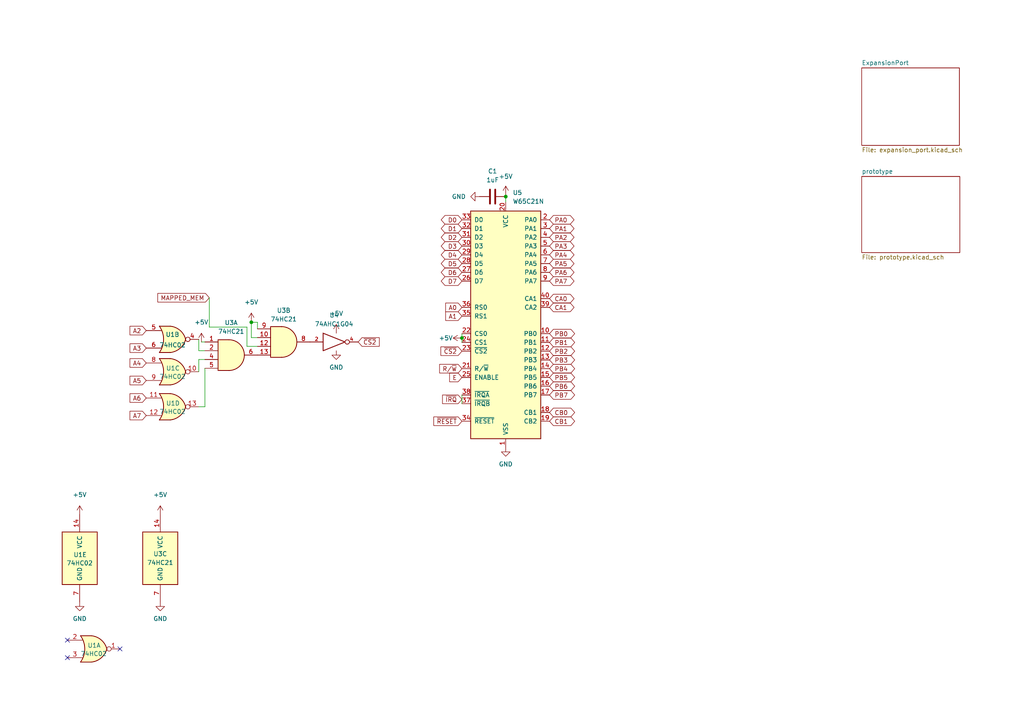
<source format=kicad_sch>
(kicad_sch (version 20211123) (generator eeschema)
  (paper "A4")
  (lib_symbols
    (symbol "74xGxx:74AHC1G04" (pin_names (offset 1.016))
      (property "Reference" "U" (at -2.54 3.81 0))
      (property "Value" "74AHC1G04" (at 0 -3.81 0))
      (symbol "74AHC1G04_0_1"
        (polyline (pts (xy -3.81 2.54) (xy -3.81 -2.54) (xy 2.54 0) (xy -3.81 2.54)) (stroke (width 0.254)))
      )
      (symbol "74AHC1G04_1_1"
        (pin input line (at -7.62 0 0) (length 3.81) (name "~") (number "2"))
        (pin power_in line (at 0 -2.54 270) (length 0) hide (name "GND") (number "3"))
        (pin output inverted (at 6.35 0 180) (length 3.81) (name "~") (number "4"))
        (pin power_in line (at 0 2.54 90) (length 0) hide (name "VCC") (number "5"))
      )
    )
    (symbol "74xx:74LS02" (pin_names (offset 1.016))
      (property "Reference" "U" (at 0 1.27 0))
      (property "Value" "74LS02" (at 0 -1.27 0))
      (symbol "74LS02_1_1"
        (arc (start -3.81 -3.81) (mid -2.589 0) (end -3.81 3.81) (stroke (width 0.254)))
        (arc (start -0.6096 -3.81) (mid 2.1855 -2.584) (end 3.81 0) (stroke (width 0.254)) (fill (type background)))
        (polyline (pts (xy -3.81 -3.81) (xy -0.635 -3.81)) (stroke (width 0.254)) (fill (type background)))
        (polyline (pts (xy -3.81 3.81) (xy -0.635 3.81)) (stroke (width 0.254)) (fill (type background)))
        (polyline (pts (xy -0.635 3.81) (xy -3.81 3.81) (xy -3.81 3.81) (xy -3.556 3.4036) (xy -3.0226 2.2606) (xy -2.6924 1.0414) (xy -2.6162 -0.254) (xy -2.7686 -1.4986) (xy -3.175 -2.7178) (xy -3.81 -3.81) (xy -3.81 -3.81) (xy -0.635 -3.81)) (stroke (width -25.4)) (fill (type background)))
        (arc (start 3.81 0) (mid 2.1928 2.5925) (end -0.6096 3.81) (stroke (width 0.254)) (fill (type background)))
        (pin output inverted (at 7.62 0 180) (length 3.81) (name "~") (number "1"))
        (pin input line (at -7.62 2.54 0) (length 4.318) (name "~") (number "2"))
        (pin input line (at -7.62 -2.54 0) (length 4.318) (name "~") (number "3"))
      )
      (symbol "74LS02_1_2"
        (arc (start 0 -3.81) (mid 3.81 0) (end 0 3.81) (stroke (width 0.254)) (fill (type background)))
        (polyline (pts (xy 0 3.81) (xy -3.81 3.81) (xy -3.81 -3.81) (xy 0 -3.81)) (stroke (width 0.254)) (fill (type background)))
        (pin output line (at 7.62 0 180) (length 3.81) (name "~") (number "1"))
        (pin input inverted (at -7.62 2.54 0) (length 3.81) (name "~") (number "2"))
        (pin input inverted (at -7.62 -2.54 0) (length 3.81) (name "~") (number "3"))
      )
      (symbol "74LS02_2_1"
        (arc (start -3.81 -3.81) (mid -2.589 0) (end -3.81 3.81) (stroke (width 0.254)))
        (arc (start -0.6096 -3.81) (mid 2.1855 -2.584) (end 3.81 0) (stroke (width 0.254)) (fill (type background)))
        (polyline (pts (xy -3.81 -3.81) (xy -0.635 -3.81)) (stroke (width 0.254)) (fill (type background)))
        (polyline (pts (xy -3.81 3.81) (xy -0.635 3.81)) (stroke (width 0.254)) (fill (type background)))
        (polyline (pts (xy -0.635 3.81) (xy -3.81 3.81) (xy -3.81 3.81) (xy -3.556 3.4036) (xy -3.0226 2.2606) (xy -2.6924 1.0414) (xy -2.6162 -0.254) (xy -2.7686 -1.4986) (xy -3.175 -2.7178) (xy -3.81 -3.81) (xy -3.81 -3.81) (xy -0.635 -3.81)) (stroke (width -25.4)) (fill (type background)))
        (arc (start 3.81 0) (mid 2.1928 2.5925) (end -0.6096 3.81) (stroke (width 0.254)) (fill (type background)))
        (pin output inverted (at 7.62 0 180) (length 3.81) (name "~") (number "4"))
        (pin input line (at -7.62 2.54 0) (length 4.318) (name "~") (number "5"))
        (pin input line (at -7.62 -2.54 0) (length 4.318) (name "~") (number "6"))
      )
      (symbol "74LS02_2_2"
        (arc (start 0 -3.81) (mid 3.81 0) (end 0 3.81) (stroke (width 0.254)) (fill (type background)))
        (polyline (pts (xy 0 3.81) (xy -3.81 3.81) (xy -3.81 -3.81) (xy 0 -3.81)) (stroke (width 0.254)) (fill (type background)))
        (pin output line (at 7.62 0 180) (length 3.81) (name "~") (number "4"))
        (pin input inverted (at -7.62 2.54 0) (length 3.81) (name "~") (number "5"))
        (pin input inverted (at -7.62 -2.54 0) (length 3.81) (name "~") (number "6"))
      )
      (symbol "74LS02_3_1"
        (arc (start -3.81 -3.81) (mid -2.589 0) (end -3.81 3.81) (stroke (width 0.254)))
        (arc (start -0.6096 -3.81) (mid 2.1855 -2.584) (end 3.81 0) (stroke (width 0.254)) (fill (type background)))
        (polyline (pts (xy -3.81 -3.81) (xy -0.635 -3.81)) (stroke (width 0.254)) (fill (type background)))
        (polyline (pts (xy -3.81 3.81) (xy -0.635 3.81)) (stroke (width 0.254)) (fill (type background)))
        (polyline (pts (xy -0.635 3.81) (xy -3.81 3.81) (xy -3.81 3.81) (xy -3.556 3.4036) (xy -3.0226 2.2606) (xy -2.6924 1.0414) (xy -2.6162 -0.254) (xy -2.7686 -1.4986) (xy -3.175 -2.7178) (xy -3.81 -3.81) (xy -3.81 -3.81) (xy -0.635 -3.81)) (stroke (width -25.4)) (fill (type background)))
        (arc (start 3.81 0) (mid 2.1928 2.5925) (end -0.6096 3.81) (stroke (width 0.254)) (fill (type background)))
        (pin output inverted (at 7.62 0 180) (length 3.81) (name "~") (number "10"))
        (pin input line (at -7.62 2.54 0) (length 4.318) (name "~") (number "8"))
        (pin input line (at -7.62 -2.54 0) (length 4.318) (name "~") (number "9"))
      )
      (symbol "74LS02_3_2"
        (arc (start 0 -3.81) (mid 3.81 0) (end 0 3.81) (stroke (width 0.254)) (fill (type background)))
        (polyline (pts (xy 0 3.81) (xy -3.81 3.81) (xy -3.81 -3.81) (xy 0 -3.81)) (stroke (width 0.254)) (fill (type background)))
        (pin output line (at 7.62 0 180) (length 3.81) (name "~") (number "10"))
        (pin input inverted (at -7.62 2.54 0) (length 3.81) (name "~") (number "8"))
        (pin input inverted (at -7.62 -2.54 0) (length 3.81) (name "~") (number "9"))
      )
      (symbol "74LS02_4_1"
        (arc (start -3.81 -3.81) (mid -2.589 0) (end -3.81 3.81) (stroke (width 0.254)))
        (arc (start -0.6096 -3.81) (mid 2.1855 -2.584) (end 3.81 0) (stroke (width 0.254)) (fill (type background)))
        (polyline (pts (xy -3.81 -3.81) (xy -0.635 -3.81)) (stroke (width 0.254)) (fill (type background)))
        (polyline (pts (xy -3.81 3.81) (xy -0.635 3.81)) (stroke (width 0.254)) (fill (type background)))
        (polyline (pts (xy -0.635 3.81) (xy -3.81 3.81) (xy -3.81 3.81) (xy -3.556 3.4036) (xy -3.0226 2.2606) (xy -2.6924 1.0414) (xy -2.6162 -0.254) (xy -2.7686 -1.4986) (xy -3.175 -2.7178) (xy -3.81 -3.81) (xy -3.81 -3.81) (xy -0.635 -3.81)) (stroke (width -25.4)) (fill (type background)))
        (arc (start 3.81 0) (mid 2.1928 2.5925) (end -0.6096 3.81) (stroke (width 0.254)) (fill (type background)))
        (pin input line (at -7.62 2.54 0) (length 4.318) (name "~") (number "11"))
        (pin input line (at -7.62 -2.54 0) (length 4.318) (name "~") (number "12"))
        (pin output inverted (at 7.62 0 180) (length 3.81) (name "~") (number "13"))
      )
      (symbol "74LS02_4_2"
        (arc (start 0 -3.81) (mid 3.81 0) (end 0 3.81) (stroke (width 0.254)) (fill (type background)))
        (polyline (pts (xy 0 3.81) (xy -3.81 3.81) (xy -3.81 -3.81) (xy 0 -3.81)) (stroke (width 0.254)) (fill (type background)))
        (pin input inverted (at -7.62 2.54 0) (length 3.81) (name "~") (number "11"))
        (pin input inverted (at -7.62 -2.54 0) (length 3.81) (name "~") (number "12"))
        (pin output line (at 7.62 0 180) (length 3.81) (name "~") (number "13"))
      )
      (symbol "74LS02_5_0"
        (pin power_in line (at 0 12.7 270) (length 5.08) (name "VCC") (number "14"))
        (pin power_in line (at 0 -12.7 90) (length 5.08) (name "GND") (number "7"))
      )
      (symbol "74LS02_5_1"
        (rectangle (start -5.08 7.62) (end 5.08 -7.62) (stroke (width 0.254)) (fill (type background)))
      )
    )
    (symbol "74xx:74LS21" (pin_names (offset 1.016))
      (property "Reference" "U" (at 0 1.27 0))
      (property "Value" "74LS21" (at 0 -1.27 0))
      (symbol "74LS21_1_1"
        (arc (start -0.635 -4.445) (mid 3.81 0) (end -0.635 4.445) (stroke (width 0.254)) (fill (type background)))
        (polyline (pts (xy -0.635 4.445) (xy -3.81 4.445) (xy -3.81 -4.445) (xy -0.635 -4.445)) (stroke (width 0.254)) (fill (type background)))
        (pin input line (at -7.62 3.81 0) (length 3.81) (name "~") (number "1"))
        (pin input line (at -7.62 1.27 0) (length 3.81) (name "~") (number "2"))
        (pin input line (at -7.62 -1.27 0) (length 3.81) (name "~") (number "4"))
        (pin input line (at -7.62 -3.81 0) (length 3.81) (name "~") (number "5"))
        (pin output line (at 7.62 0 180) (length 3.81) (name "~") (number "6"))
      )
      (symbol "74LS21_1_2"
        (arc (start -3.81 -4.445) (mid -2.5908 0) (end -3.81 4.445) (stroke (width 0.254)))
        (arc (start -0.6096 -4.445) (mid 2.224 -2.8428) (end 3.81 0) (stroke (width 0.254)) (fill (type background)))
        (polyline (pts (xy -3.81 -4.445) (xy -0.635 -4.445)) (stroke (width 0.254)) (fill (type background)))
        (polyline (pts (xy -3.81 4.445) (xy -0.635 4.445)) (stroke (width 0.254)) (fill (type background)))
        (polyline (pts (xy -0.635 4.445) (xy -3.81 4.445) (xy -3.81 4.445) (xy -3.6322 4.0894) (xy -3.0988 2.921) (xy -2.7686 1.6764) (xy -2.6162 0.4318) (xy -2.6416 -0.8636) (xy -2.8702 -2.1082) (xy -3.2512 -3.3274) (xy -3.81 -4.445) (xy -3.81 -4.445) (xy -0.635 -4.445)) (stroke (width -25.4)) (fill (type background)))
        (arc (start 3.81 0) (mid 2.2198 2.8386) (end -0.6096 4.445) (stroke (width 0.254)) (fill (type background)))
        (pin input inverted (at -7.62 3.81 0) (length 3.81) (name "~") (number "1"))
        (pin input inverted (at -7.62 1.27 0) (length 4.826) (name "~") (number "2"))
        (pin input inverted (at -7.62 -1.27 0) (length 4.826) (name "~") (number "4"))
        (pin input inverted (at -7.62 -3.81 0) (length 3.81) (name "~") (number "5"))
        (pin output inverted (at 7.62 0 180) (length 3.81) (name "~") (number "6"))
      )
      (symbol "74LS21_2_1"
        (arc (start -0.635 -4.445) (mid 3.81 0) (end -0.635 4.445) (stroke (width 0.254)) (fill (type background)))
        (polyline (pts (xy -0.635 4.445) (xy -3.81 4.445) (xy -3.81 -4.445) (xy -0.635 -4.445)) (stroke (width 0.254)) (fill (type background)))
        (pin input line (at -7.62 1.27 0) (length 3.81) (name "~") (number "10"))
        (pin input line (at -7.62 -1.27 0) (length 3.81) (name "~") (number "12"))
        (pin input line (at -7.62 -3.81 0) (length 3.81) (name "~") (number "13"))
        (pin output line (at 7.62 0 180) (length 3.81) (name "~") (number "8"))
        (pin input line (at -7.62 3.81 0) (length 3.81) (name "~") (number "9"))
      )
      (symbol "74LS21_2_2"
        (arc (start -3.81 -4.445) (mid -2.5908 0) (end -3.81 4.445) (stroke (width 0.254)))
        (arc (start -0.6096 -4.445) (mid 2.224 -2.8428) (end 3.81 0) (stroke (width 0.254)) (fill (type background)))
        (polyline (pts (xy -3.81 -4.445) (xy -0.635 -4.445)) (stroke (width 0.254)) (fill (type background)))
        (polyline (pts (xy -3.81 4.445) (xy -0.635 4.445)) (stroke (width 0.254)) (fill (type background)))
        (polyline (pts (xy -0.635 4.445) (xy -3.81 4.445) (xy -3.81 4.445) (xy -3.6322 4.0894) (xy -3.0988 2.921) (xy -2.7686 1.6764) (xy -2.6162 0.4318) (xy -2.6416 -0.8636) (xy -2.8702 -2.1082) (xy -3.2512 -3.3274) (xy -3.81 -4.445) (xy -3.81 -4.445) (xy -0.635 -4.445)) (stroke (width -25.4)) (fill (type background)))
        (arc (start 3.81 0) (mid 2.2198 2.8386) (end -0.6096 4.445) (stroke (width 0.254)) (fill (type background)))
        (pin input inverted (at -7.62 1.27 0) (length 4.826) (name "~") (number "10"))
        (pin input inverted (at -7.62 -1.27 0) (length 4.826) (name "~") (number "12"))
        (pin input inverted (at -7.62 -3.81 0) (length 3.81) (name "~") (number "13"))
        (pin output inverted (at 7.62 0 180) (length 3.81) (name "~") (number "8"))
        (pin input inverted (at -7.62 3.81 0) (length 3.81) (name "~") (number "9"))
      )
      (symbol "74LS21_3_0"
        (pin power_in line (at 0 12.7 270) (length 5.08) (name "VCC") (number "14"))
        (pin power_in line (at 0 -12.7 90) (length 5.08) (name "GND") (number "7"))
      )
      (symbol "74LS21_3_1"
        (rectangle (start -5.08 7.62) (end 5.08 -7.62) (stroke (width 0.254)) (fill (type background)))
      )
    )
    (symbol "Device:C" (pin_numbers hide) (pin_names (offset 0.254))
      (property "Reference" "C" (at 0.635 2.54 0))
      (property "Value" "C" (at 0.635 -2.54 0))
      (symbol "C_0_1"
        (polyline (pts (xy -2.032 -0.762) (xy 2.032 -0.762)) (stroke (width 0.508)))
        (polyline (pts (xy -2.032 0.762) (xy 2.032 0.762)) (stroke (width 0.508)))
      )
      (symbol "C_1_1"
        (pin passive line (at 0 3.81 270) (length 2.794) (name "~") (number "1"))
        (pin passive line (at 0 -3.81 90) (length 2.794) (name "~") (number "2"))
      )
    )
    (symbol "Interface:6821" (pin_names (offset 1.016))
      (property "Reference" "U" (at -7.62 34.29 0))
      (property "Value" "6821" (at 10.16 34.29 0))
      (symbol "6821_0_1"
        (rectangle (start -10.16 -33.02) (end 10.16 33.02) (stroke (width 0.254)) (fill (type background)))
      )
      (symbol "6821_1_1"
        (pin power_in line (at 0 -35.56 90) (length 2.54) (name "VSS") (number "1"))
        (pin bidirectional line (at 12.7 -2.54 180) (length 2.54) (name "PB0") (number "10"))
        (pin bidirectional line (at 12.7 -5.08 180) (length 2.54) (name "PB1") (number "11"))
        (pin bidirectional line (at 12.7 -7.62 180) (length 2.54) (name "PB2") (number "12"))
        (pin bidirectional line (at 12.7 -10.16 180) (length 2.54) (name "PB3") (number "13"))
        (pin bidirectional line (at 12.7 -12.7 180) (length 2.54) (name "PB4") (number "14"))
        (pin bidirectional line (at 12.7 -15.24 180) (length 2.54) (name "PB5") (number "15"))
        (pin bidirectional line (at 12.7 -17.78 180) (length 2.54) (name "PB6") (number "16"))
        (pin bidirectional line (at 12.7 -20.32 180) (length 2.54) (name "PB7") (number "17"))
        (pin input line (at 12.7 -25.4 180) (length 2.54) (name "CB1") (number "18"))
        (pin bidirectional line (at 12.7 -27.94 180) (length 2.54) (name "CB2") (number "19"))
        (pin bidirectional line (at 12.7 30.48 180) (length 2.54) (name "PA0") (number "2"))
        (pin power_in line (at 0 35.56 270) (length 2.54) (name "VCC") (number "20"))
        (pin input line (at -12.7 -12.7 0) (length 2.54) (name "R/~{W}") (number "21"))
        (pin input line (at -12.7 -2.54 0) (length 2.54) (name "CS0") (number "22"))
        (pin input line (at -12.7 -7.62 0) (length 2.54) (name "~{CS2}") (number "23"))
        (pin input line (at -12.7 -5.08 0) (length 2.54) (name "CS1") (number "24"))
        (pin input line (at -12.7 -15.24 0) (length 2.54) (name "ENABLE") (number "25"))
        (pin bidirectional line (at -12.7 12.7 0) (length 2.54) (name "D7") (number "26"))
        (pin bidirectional line (at -12.7 15.24 0) (length 2.54) (name "D6") (number "27"))
        (pin bidirectional line (at -12.7 17.78 0) (length 2.54) (name "D5") (number "28"))
        (pin bidirectional line (at -12.7 20.32 0) (length 2.54) (name "D4") (number "29"))
        (pin bidirectional line (at 12.7 27.94 180) (length 2.54) (name "PA1") (number "3"))
        (pin bidirectional line (at -12.7 22.86 0) (length 2.54) (name "D3") (number "30"))
        (pin bidirectional line (at -12.7 25.4 0) (length 2.54) (name "D2") (number "31"))
        (pin bidirectional line (at -12.7 27.94 0) (length 2.54) (name "D1") (number "32"))
        (pin bidirectional line (at -12.7 30.48 0) (length 2.54) (name "D0") (number "33"))
        (pin input line (at -12.7 -27.94 0) (length 2.54) (name "~{RESET}") (number "34"))
        (pin input line (at -12.7 2.54 0) (length 2.54) (name "RS1") (number "35"))
        (pin input line (at -12.7 5.08 0) (length 2.54) (name "RS0") (number "36"))
        (pin open_collector line (at -12.7 -22.86 0) (length 2.54) (name "~{IRQB}") (number "37"))
        (pin open_collector line (at -12.7 -20.32 0) (length 2.54) (name "~{IRQA}") (number "38"))
        (pin bidirectional line (at 12.7 5.08 180) (length 2.54) (name "CA2") (number "39"))
        (pin bidirectional line (at 12.7 25.4 180) (length 2.54) (name "PA2") (number "4"))
        (pin input line (at 12.7 7.62 180) (length 2.54) (name "CA1") (number "40"))
        (pin bidirectional line (at 12.7 22.86 180) (length 2.54) (name "PA3") (number "5"))
        (pin bidirectional line (at 12.7 20.32 180) (length 2.54) (name "PA4") (number "6"))
        (pin bidirectional line (at 12.7 17.78 180) (length 2.54) (name "PA5") (number "7"))
        (pin bidirectional line (at 12.7 15.24 180) (length 2.54) (name "PA6") (number "8"))
        (pin bidirectional line (at 12.7 12.7 180) (length 2.54) (name "PA7") (number "9"))
      )
    )
    (symbol "power:+5V" (power) (pin_names (offset 0))
      (property "Value" "+5V" (at 0 3.556 0))
      (symbol "+5V_0_1"
        (polyline (pts (xy -0.762 1.27) (xy 0 2.54)))
        (polyline (pts (xy 0 0) (xy 0 2.54)))
        (polyline (pts (xy 0 2.54) (xy 0.762 1.27)))
      )
      (symbol "+5V_1_1"
        (pin power_in line (at 0 0 90) (length 0) hide (name "+5V") (number "1"))
      )
    )
    (symbol "power:GND" (power) (pin_names (offset 0))
      (property "Value" "GND" (at 0 -3.81 0))
      (symbol "GND_0_1"
        (polyline (pts (xy 0 0) (xy 0 -1.27) (xy 1.27 -1.27) (xy 0 -2.54) (xy -1.27 -1.27) (xy 0 -1.27)))
      )
      (symbol "GND_1_1"
        (pin power_in line (at 0 0 270) (length 0) hide (name "GND") (number "1"))
      )
    )
  )
  (junction (at 146.685 57.023))
  (junction (at 133.985 98.044))
  (junction (at 72.898 93.472))
  (no_connect (at 19.558 185.674))
  (no_connect (at 34.798 188.214))
  (no_connect (at 19.558 190.754))
  (wire (pts (xy 133.985 114.554) (xy 133.985 117.094)))
  (wire (pts (xy 146.685 57.023) (xy 146.685 58.674)))
  (wire (pts (xy 133.985 98.044) (xy 133.985 96.774)))
  (wire (pts (xy 60.706 86.36) (xy 60.706 94.869)))
  (wire (pts (xy 74.676 100.457) (xy 71.628 100.457)))
  (wire (pts (xy 60.706 94.869) (xy 71.628 94.869)))
  (wire (pts (xy 57.658 117.983) (xy 59.436 117.983)))
  (wire (pts (xy 72.898 97.917) (xy 72.898 93.472)))
  (wire (pts (xy 146.685 56.515) (xy 146.685 57.023)))
  (wire (pts (xy 57.658 104.267) (xy 59.436 104.267)))
  (wire (pts (xy 57.658 107.823) (xy 57.658 104.267)))
  (wire (pts (xy 74.676 95.377) (xy 74.676 93.472)))
  (wire (pts (xy 72.898 93.472) (xy 72.898 93.345)))
  (wire (pts (xy 59.436 117.983) (xy 59.436 106.807)))
  (wire (pts (xy 57.658 101.727) (xy 59.436 101.727)))
  (wire (pts (xy 74.676 97.917) (xy 72.898 97.917)))
  (wire (pts (xy 58.42 99.187) (xy 59.436 99.187)))
  (wire (pts (xy 57.658 98.425) (xy 57.658 101.727)))
  (wire (pts (xy 71.628 94.869) (xy 71.628 100.457)))
  (wire (pts (xy 74.676 93.472) (xy 72.898 93.472)))
  (wire (pts (xy 133.985 98.044) (xy 133.985 99.314)))
  (global_label "A5" (shape input) (at 42.418 110.363 180) (property "Intersheet References" "${INTERSHEET_REFS}" (effects hide)))
  (global_label "PB7" (shape bidirectional) (at 159.385 114.554 0) (property "Intersheet References" "${INTERSHEET_REFS}" (effects hide)))
  (global_label "PA5" (shape bidirectional) (at 159.385 76.454 0) (property "Intersheet References" "${INTERSHEET_REFS}" (effects hide)))
  (global_label "PA2" (shape bidirectional) (at 159.385 68.834 0) (property "Intersheet References" "${INTERSHEET_REFS}" (effects hide)))
  (global_label "A1" (shape input) (at 133.985 91.694 180) (property "Intersheet References" "${INTERSHEET_REFS}" (effects hide)))
  (global_label "~{IRQ}" (shape input) (at 133.985 115.824 180) (property "Intersheet References" "${INTERSHEET_REFS}" (effects hide)))
  (global_label "D7" (shape bidirectional) (at 133.985 81.534 180) (property "Intersheet References" "${INTERSHEET_REFS}" (effects hide)))
  (global_label "PA3" (shape bidirectional) (at 159.385 71.374 0) (property "Intersheet References" "${INTERSHEET_REFS}" (effects hide)))
  (global_label "PA4" (shape bidirectional) (at 159.385 73.914 0) (property "Intersheet References" "${INTERSHEET_REFS}" (effects hide)))
  (global_label "PA6" (shape bidirectional) (at 159.385 78.994 0) (property "Intersheet References" "${INTERSHEET_REFS}" (effects hide)))
  (global_label "R{slash}~{W}" (shape input) (at 133.985 106.934 180) (property "Intersheet References" "${INTERSHEET_REFS}" (effects hide)))
  (global_label "CB0" (shape bidirectional) (at 159.385 119.634 0) (property "Intersheet References" "${INTERSHEET_REFS}" (effects hide)))
  (global_label "~{RESET}" (shape input) (at 133.985 122.174 180) (property "Intersheet References" "${INTERSHEET_REFS}" (effects hide)))
  (global_label "PB0" (shape bidirectional) (at 159.385 96.774 0) (property "Intersheet References" "${INTERSHEET_REFS}" (effects hide)))
  (global_label "A2" (shape input) (at 42.418 95.885 180) (property "Intersheet References" "${INTERSHEET_REFS}" (effects hide)))
  (global_label "PB3" (shape bidirectional) (at 159.385 104.394 0) (property "Intersheet References" "${INTERSHEET_REFS}" (effects hide)))
  (global_label "E" (shape input) (at 133.985 109.474 180) (property "Intersheet References" "${INTERSHEET_REFS}" (effects hide)))
  (global_label "~{CS2}" (shape input) (at 103.886 99.187 0) (property "Intersheet References" "${INTERSHEET_REFS}" (effects hide)))
  (global_label "PA0" (shape bidirectional) (at 159.385 63.754 0) (property "Intersheet References" "${INTERSHEET_REFS}" (effects hide)))
  (global_label "D5" (shape bidirectional) (at 133.985 76.454 180) (property "Intersheet References" "${INTERSHEET_REFS}" (effects hide)))
  (global_label "PB6" (shape bidirectional) (at 159.385 112.014 0) (property "Intersheet References" "${INTERSHEET_REFS}" (effects hide)))
  (global_label "PB1" (shape bidirectional) (at 159.385 99.314 0) (property "Intersheet References" "${INTERSHEET_REFS}" (effects hide)))
  (global_label "D1" (shape bidirectional) (at 133.985 66.294 180) (property "Intersheet References" "${INTERSHEET_REFS}" (effects hide)))
  (global_label "CA0" (shape bidirectional) (at 159.385 86.614 0) (property "Intersheet References" "${INTERSHEET_REFS}" (effects hide)))
  (global_label "A0" (shape input) (at 133.985 89.154 180) (property "Intersheet References" "${INTERSHEET_REFS}" (effects hide)))
  (global_label "MAPPED_MEM" (shape input) (at 60.706 86.36 180) (property "Intersheet References" "${INTERSHEET_REFS}" (effects hide)))
  (global_label "PB2" (shape bidirectional) (at 159.385 101.854 0) (property "Intersheet References" "${INTERSHEET_REFS}" (effects hide)))
  (global_label "PA1" (shape bidirectional) (at 159.385 66.294 0) (property "Intersheet References" "${INTERSHEET_REFS}" (effects hide)))
  (global_label "D3" (shape bidirectional) (at 133.985 71.374 180) (property "Intersheet References" "${INTERSHEET_REFS}" (effects hide)))
  (global_label "A7" (shape input) (at 42.418 120.523 180) (property "Intersheet References" "${INTERSHEET_REFS}" (effects hide)))
  (global_label "A3" (shape input) (at 42.418 100.965 180) (property "Intersheet References" "${INTERSHEET_REFS}" (effects hide)))
  (global_label "~{CS2}" (shape input) (at 133.985 101.854 180) (property "Intersheet References" "${INTERSHEET_REFS}" (effects hide)))
  (global_label "D0" (shape bidirectional) (at 133.985 63.754 180) (property "Intersheet References" "${INTERSHEET_REFS}" (effects hide)))
  (global_label "D2" (shape bidirectional) (at 133.985 68.834 180) (property "Intersheet References" "${INTERSHEET_REFS}" (effects hide)))
  (global_label "PA7" (shape bidirectional) (at 159.385 81.534 0) (property "Intersheet References" "${INTERSHEET_REFS}" (effects hide)))
  (global_label "A6" (shape input) (at 42.418 115.443 180) (property "Intersheet References" "${INTERSHEET_REFS}" (effects hide)))
  (global_label "CA1" (shape bidirectional) (at 159.385 89.154 0) (property "Intersheet References" "${INTERSHEET_REFS}" (effects hide)))
  (global_label "D4" (shape bidirectional) (at 133.985 73.914 180) (property "Intersheet References" "${INTERSHEET_REFS}" (effects hide)))
  (global_label "PB5" (shape bidirectional) (at 159.385 109.474 0) (property "Intersheet References" "${INTERSHEET_REFS}" (effects hide)))
  (global_label "A4" (shape input) (at 42.418 105.283 180) (property "Intersheet References" "${INTERSHEET_REFS}" (effects hide)))
  (global_label "D6" (shape bidirectional) (at 133.985 78.994 180) (property "Intersheet References" "${INTERSHEET_REFS}" (effects hide)))
  (global_label "CB1" (shape bidirectional) (at 159.385 122.174 0) (property "Intersheet References" "${INTERSHEET_REFS}" (effects hide)))
  (global_label "PB4" (shape bidirectional) (at 159.385 106.934 0) (property "Intersheet References" "${INTERSHEET_REFS}" (effects hide)))
  (symbol (lib_id "power:+5V") (at 72.898 93.345 0) (unit 1)
    (property "Reference" "#PWR?" (effects hide))
    (property "Value" "+5V" (at 72.898 87.63 0))
  )
  (symbol (lib_id "power:GND") (at 139.065 57.023 270) (unit 1)
    (property "Reference" "#PWR012" (effects hide))
    (property "Value" "GND" (at 135.128 57.0229 90) (effects (justify right)))
  )
  (symbol (lib_id "power:+5V") (at 23.114 149.225 0) (unit 1)
    (property "Reference" "#PWR01" (effects hide))
    (property "Value" "+5V" (at 23.114 143.51 0))
  )
  (symbol (lib_id "74xGxx:74AHC1G04") (at 97.536 99.187 0) (unit 1)
    (property "Reference" "U4" (at 96.901 91.44 0))
    (property "Value" "74AHC1G04" (at 96.901 93.98 0))
    (property "Footprint" "Package_TO_SOT_SMD:SOT-353_SC-70-5" (effects hide))
    (property "Datasheet" "http://www.ti.com/lit/sg/scyt129e/scyt129e.pdf" (effects hide))
  )
  (symbol (lib_id "74xx:74LS21") (at 82.296 99.187 0) (unit 2)
    (property "Reference" "U3" (at 82.296 90.043 0))
    (property "Value" "74HC21" (at 82.296 92.583 0))
    (property "Footprint" "Package_SO:SO-14_3.9x8.65mm_P1.27mm" (effects hide))
    (property "Datasheet" "http://www.ti.com/lit/gpn/sn74LS21" (effects hide))
  )
  (symbol (lib_id "power:+5V") (at 97.536 96.647 0) (unit 1)
    (property "Reference" "#PWR09" (effects hide))
    (property "Value" "+5V" (at 97.536 90.932 0))
  )
  (symbol (lib_id "power:+5V") (at 133.985 98.044 90) (unit 1)
    (property "Reference" "#PWR011" (effects hide))
    (property "Value" "+5V" (at 127.254 98.044 90) (effects (justify right)))
  )
  (symbol (lib_id "74xx:74LS21") (at 46.482 161.925 0) (unit 3)
    (property "Reference" "U3" (at 46.482 160.655 0))
    (property "Value" "74HC21" (at 46.482 163.195 0))
    (property "Footprint" "Package_SO:SO-14_3.9x8.65mm_P1.27mm" (effects hide))
    (property "Datasheet" "http://www.ti.com/lit/gpn/sn74LS21" (effects hide))
  )
  (symbol (lib_id "power:+5V") (at 146.685 56.515 0) (unit 1)
    (property "Reference" "#PWR013" (effects hide))
    (property "Value" "+5V" (at 146.685 51.181 0))
  )
  (symbol (lib_id "power:+5V") (at 58.42 99.187 0) (unit 1)
    (property "Reference" "#PWR07" (effects hide))
    (property "Value" "+5V" (at 58.42 93.472 0))
  )
  (symbol (lib_id "power:GND") (at 23.114 174.625 0) (unit 1)
    (property "Reference" "#PWR02" (effects hide))
    (property "Value" "GND" (at 23.114 179.451 0))
  )
  (symbol (lib_id "Interface:6821") (at 146.685 94.234 0) (unit 1)
    (property "Reference" "U5" (at 148.7044 55.88 0) (effects (justify left)))
    (property "Value" "W65C21N" (at 148.7044 58.42 0) (effects (justify left)))
    (property "Footprint" "Package_DIP:DIP-40_W15.24mm" (effects hide))
    (property "Datasheet" "http://pdf.datasheetcatalog.com/datasheet/motorola/6821.pdf" (effects hide))
  )
  (symbol (lib_id "74xx:74LS21") (at 67.056 102.997 0) (unit 1)
    (property "Reference" "U3" (at 67.056 93.599 0))
    (property "Value" "74HC21" (at 67.056 96.139 0))
    (property "Footprint" "Package_SO:SO-14_3.9x8.65mm_P1.27mm" (effects hide))
    (property "Datasheet" "http://www.ti.com/lit/gpn/sn74LS21" (effects hide))
  )
  (symbol (lib_id "power:GND") (at 97.536 101.727 0) (unit 1)
    (property "Reference" "#PWR010" (effects hide))
    (property "Value" "GND" (at 97.536 106.553 0))
  )
  (symbol (lib_id "power:GND") (at 46.482 174.625 0) (unit 1)
    (property "Reference" "#PWR06" (effects hide))
    (property "Value" "GND" (at 46.482 179.451 0))
  )
  (symbol (lib_id "74xx:74LS02") (at 50.038 117.983 0) (unit 4)
    (property "Reference" "U1" (at 50.165 116.967 0))
    (property "Value" "74HC02" (at 50.038 119.38 0))
    (property "Footprint" "Package_SO:SO-14_3.9x8.65mm_P1.27mm" (effects hide))
    (property "Datasheet" "http://www.ti.com/lit/gpn/sn74ls02" (effects hide))
  )
  (symbol (lib_id "74xx:74LS02") (at 50.038 98.425 0) (unit 2)
    (property "Reference" "U1" (at 50.038 97.028 0))
    (property "Value" "74HC02" (at 50.038 100.076 0))
    (property "Footprint" "Package_SO:SO-14_3.9x8.65mm_P1.27mm" (effects hide))
    (property "Datasheet" "http://www.ti.com/lit/gpn/sn74ls02" (effects hide))
  )
  (symbol (lib_id "74xx:74LS02") (at 50.038 107.823 0) (unit 3)
    (property "Reference" "U1" (at 50.165 106.807 0))
    (property "Value" "74HC02" (at 50.038 109.22 0))
    (property "Footprint" "Package_SO:SO-14_3.9x8.65mm_P1.27mm" (effects hide))
    (property "Datasheet" "http://www.ti.com/lit/gpn/sn74ls02" (effects hide))
  )
  (symbol (lib_id "74xx:74LS02") (at 27.178 188.214 0) (unit 1)
    (property "Reference" "U1" (at 27.305 187.198 0))
    (property "Value" "74HC02" (at 27.178 189.611 0))
    (property "Footprint" "Package_SO:SO-14_3.9x8.65mm_P1.27mm" (effects hide))
    (property "Datasheet" "http://www.ti.com/lit/gpn/sn74ls02" (effects hide))
  )
  (symbol (lib_id "power:+5V") (at 46.482 149.225 0) (unit 1)
    (property "Reference" "#PWR05" (effects hide))
    (property "Value" "+5V" (at 46.482 143.51 0))
  )
  (symbol (lib_id "Device:C") (at 142.875 57.023 270) (unit 1)
    (property "Reference" "C1" (at 142.875 49.657 90))
    (property "Value" "1uF" (at 142.875 52.197 90))
    (property "Footprint" "Capacitor_SMD:C_0805_2012Metric" (effects hide))
  )
  (symbol (lib_id "74xx:74LS02") (at 23.114 161.925 0) (unit 5)
    (property "Reference" "U1" (at 23.241 160.909 0))
    (property "Value" "74HC02" (at 23.114 163.322 0))
    (property "Footprint" "Package_SO:SO-14_3.9x8.65mm_P1.27mm" (effects hide))
    (property "Datasheet" "http://www.ti.com/lit/gpn/sn74ls02" (effects hide))
  )
  (symbol (lib_id "power:GND") (at 146.685 129.794 0) (unit 1)
    (property "Reference" "#PWR014" (effects hide))
    (property "Value" "GND" (at 146.685 134.62 0))
  )
  (sheet (at 249.936 19.685) (size 28.321 22.479) (stroke (width 0.1524))
    (property "Sheet name" "ExpansionPort" (at 249.936 18.9734 0) (effects (justify left bottom)))
    (property "Sheet file" "expansion_port.kicad_sch" (at 249.936 42.7486 0) (effects (justify left top)))
  )
  (sheet (at 249.936 51.181) (size 28.448 22.098) (stroke (width 0.1524))
    (property "Sheet name" "prototype" (at 249.936 50.4694 0) (effects (justify left bottom)))
    (property "Sheet file" "prototype.kicad_sch" (at 249.936 73.8636 0) (effects (justify left top)))
  )
)
</source>
